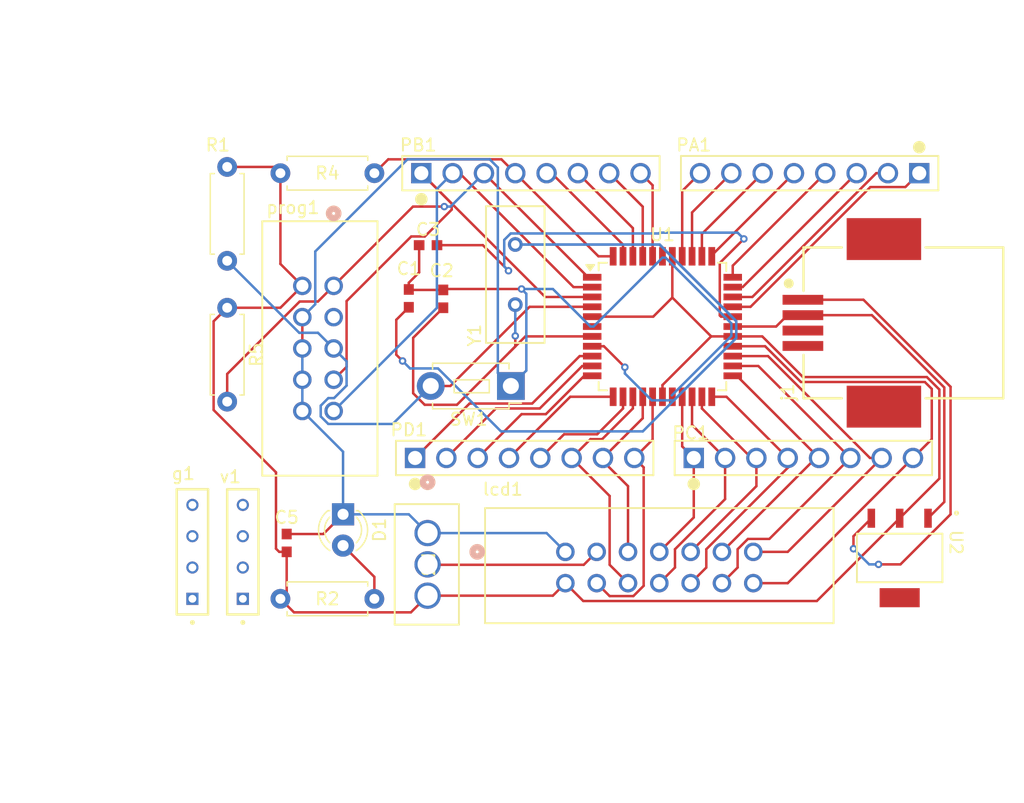
<source format=kicad_pcb>
(kicad_pcb (version 20240108) (generator "pcbnew") (generator_version "8.0")
  (layers (0 "F.Cu" signal) (31 "B.Cu" signal) (34 "B.Paste" user) (35 "F.Paste" user) (36 "B.SilkS" user "B.Silkscreen") (37 "F.SilkS" user "F.Silkscreen") (38 "B.Mask" user) (39 "F.Mask" user) (44 "Edge.Cuts" user))
  (property "SHEETTOTAL" "1")
  (net 0 "")
  (net 1 "/RESET")
  (net 2 "+5")
  (net 3 "Net-(D1-A)")
  (net 4 "Net-(U1-PB4_(~{SS}))")
  (net 5 "/MOSI")
  (net 6 "GND")
  (net 7 "/EN")
  (net 8 "/D2")
  (net 9 "/D6")
  (net 10 "Net-(U1-PD3_(INT1))")
  (net 11 "/D7")
  (net 12 "Net-(U1-PD2_(INT0))")
  (net 13 "Net-(U1-PB1_(T1))")
  (net 14 "/D5")
  (net 15 "Net-(U1-PA5_(ADC5))")
  (net 16 "Net-(U1-PA3_(ADC3))")
  (net 17 "/D4")
  (net 18 "Net-(U1-PB3_(OC0{slash}AIN1))")
  (net 19 "Net-(U1-PB0_(XCK{slash}T0))")
  (net 20 "/D3")
  (net 21 "Net-(U1-PD4_(OC1B))")
  (net 22 "/RS")
  (net 23 "Net-(U1-PB2_(INT2{slash}AIN0))")
  (net 24 "Net-(U1-PA0_(ADC0))")
  (net 25 "/MISO")
  (net 26 "/DO")
  (net 27 "/SCK")
  (net 28 "Net-(U1-XTAL2)")
  (net 29 "Net-(U1-PD1_(TXD))")
  (net 30 "/D1")
  (net 31 "Net-(U1-AREF)")
  (net 32 "Net-(U1-XTAL1)")
  (net 33 "Net-(U1-PA6_(ADC6))")
  (net 34 "Net-(U1-PA2_(ADC2))")
  (net 35 "/RW")
  (net 36 "Net-(U1-PA1_(ADC1))")
  (net 37 "Net-(U1-PD0_(RXD))")
  (net 38 "Net-(U1-PA7_(ADC7))")
  (net 39 "Net-(U1-PA4_(ADC4))")
  (net 40 "Net-(U2-IN)")
  (net 41 "Net-(R3-WIPER)")
  (footprint "J_footprint:CONN_SBH11-PBPC-D05-ST-BK_SUL" (layer "F.Cu") (at 144.018 52.07 -90)
    (property "Reference" "prog1" (at -6.35 3.302 0) (layer "F.SilkS"))
    (property "Value" "~")
    (pad "1" thru_hole circle (at 0 0 270) (size 1.4986 1.4986) (drill 0.9906) (layers "*.Cu" "*.Mask") (net 5 "/MOSI"))
    (pad "2" thru_hole circle (at 0 2.54 270) (size 1.4986 1.4986) (drill 0.9906) (layers "*.Cu" "*.Mask") (net 2 "+5"))
    (pad "3" thru_hole circle (at 2.54 0 270) (size 1.4986 1.4986) (drill 0.9906) (layers "*.Cu" "*.Mask"))
    (pad "4" thru_hole circle (at 2.54 2.54 270) (size 1.4986 1.4986) (drill 0.9906) (layers "*.Cu" "*.Mask") (net 6 "GND"))
    (pad "5" thru_hole circle (at 5.08 0 270) (size 1.4986 1.4986) (drill 0.9906) (layers "*.Cu" "*.Mask") (net 1 "/RESET"))
    (pad "6" thru_hole circle (at 5.08 2.54 270) (size 1.4986 1.4986) (drill 0.9906) (layers "*.Cu" "*.Mask") (net 6 "GND"))
    (pad "7" thru_hole circle (at 7.62 0 270) (size 1.4986 1.4986) (drill 0.9906) (layers "*.Cu" "*.Mask") (net 27 "/SCK"))
    (pad "8" thru_hole circle (at 7.62 2.54 270) (size 1.4986 1.4986) (drill 0.9906) (layers "*.Cu" "*.Mask") (net 6 "GND"))
    (pad "9" thru_hole circle (at 10.16 0 270) (size 1.4986 1.4986) (drill 0.9906) (layers "*.Cu" "*.Mask") (net 25 "/MISO"))
    (pad "10" thru_hole circle (at 10.16 2.54 270) (size 1.4986 1.4986) (drill 0.9906) (layers "*.Cu" "*.Mask") (net 6 "GND"))
  )
  (footprint "J_footprint:G-188_MUR" (layer "F.Cu") (at 151.6761 48.768)
    (property "Reference" "C3" (at 0 -1.27 0) (layer "F.SilkS"))
    (property "Value" "Capacitor 100nF +/-20% 25V 0402")
    (pad "1" smd rect (at -0.7239 0) (size 0.8636 0.8128) (layers "F.Cu" "F.Paste" "F.Mask") (net 6 "GND"))
    (pad "2" smd rect (at 0.7239 0) (size 0.8636 0.8128) (layers "F.Cu" "F.Paste" "F.Mask") (net 31 "Net-(U1-AREF)"))
  )
  (footprint "J_footprint:CONN8_61300811121_WRE" (layer "F.Cu") (at 191.516 42.926 180)
    (property "Reference" "PA1" (at 18.288 2.286 0) (layer "F.SilkS"))
    (property "Value" "~")
    (pad "1" thru_hole rect (at 0 0 180) (size 1.651 1.651) (drill 1.143) (layers "*.Cu" "*.Mask") (net 38 "Net-(U1-PA7_(ADC7))"))
    (pad "2" thru_hole circle (at 2.54 0 180) (size 1.651 1.651) (drill 1.143) (layers "*.Cu" "*.Mask") (net 33 "Net-(U1-PA6_(ADC6))"))
    (pad "3" thru_hole circle (at 5.08 0 180) (size 1.651 1.651) (drill 1.143) (layers "*.Cu" "*.Mask") (net 15 "Net-(U1-PA5_(ADC5))"))
    (pad "4" thru_hole circle (at 7.62 0 180) (size 1.651 1.651) (drill 1.143) (layers "*.Cu" "*.Mask") (net 39 "Net-(U1-PA4_(ADC4))"))
    (pad "5" thru_hole circle (at 10.16 0 180) (size 1.651 1.651) (drill 1.143) (layers "*.Cu" "*.Mask") (net 16 "Net-(U1-PA3_(ADC3))"))
    (pad "6" thru_hole circle (at 12.7 0 180) (size 1.651 1.651) (drill 1.143) (layers "*.Cu" "*.Mask") (net 34 "Net-(U1-PA2_(ADC2))"))
    (pad "7" thru_hole circle (at 15.24 0 180) (size 1.651 1.651) (drill 1.143) (layers "*.Cu" "*.Mask") (net 36 "Net-(U1-PA1_(ADC1))"))
    (pad "8" thru_hole circle (at 17.78 0 180) (size 1.651 1.651) (drill 1.143) (layers "*.Cu" "*.Mask") (net 24 "Net-(U1-PA0_(ADC0))"))
  )
  (footprint "J_footprint:RES3_PV36W103C01B00_BRN" (layer "F.Cu") (at 151.638 72.136 -90)
    (property "Reference" "R3" (at 2.54 0 -90) (layer "F.SilkS"))
    (property "Value" "~")
    (pad "1" thru_hole circle (at 0 0 270) (size 2.1336 2.1336) (drill 1.6256) (layers "*.Cu" "*.Mask") (net 6 "GND"))
    (pad "2" thru_hole circle (at 2.54 0 270) (size 2.1336 2.1336) (drill 1.6256) (layers "*.Cu" "*.Mask") (net 41 "Net-(R3-WIPER)"))
    (pad "3" thru_hole circle (at 5.08 0 270) (size 2.1336 2.1336) (drill 1.6256) (layers "*.Cu" "*.Mask") (net 2 "+5"))
  )
  (footprint "LED_THT:LED_D3.0mm" (layer "F.Cu") (at 144.78 70.612 -90)
    (property "Reference" "D1" (at 1.27 -2.96 90) (layer "F.SilkS"))
    (property "Value" "LED")
    (pad "1" thru_hole rect (at 0 0 270) (size 1.8 1.8) (drill 0.9) (layers "*.Cu" "*.Mask") (net 6 "GND"))
    (pad "2" thru_hole circle (at 2.54 0 270) (size 1.8 1.8) (drill 0.9) (layers "*.Cu" "*.Mask") (net 3 "Net-(D1-A)"))
  )
  (footprint "J_footprint:CONN8_61300811121_WRE" (layer "F.Cu") (at 150.622 66.04)
    (property "Reference" "PD1" (at -0.508 -2.286 0) (layer "F.SilkS"))
    (property "Value" "~")
    (pad "1" thru_hole rect (at 0 0) (size 1.651 1.651) (drill 1.143) (layers "*.Cu" "*.Mask") (net 37 "Net-(U1-PD0_(RXD))"))
    (pad "2" thru_hole circle (at 2.54 0) (size 1.651 1.651) (drill 1.143) (layers "*.Cu" "*.Mask") (net 29 "Net-(U1-PD1_(TXD))"))
    (pad "3" thru_hole circle (at 5.08 0) (size 1.651 1.651) (drill 1.143) (layers "*.Cu" "*.Mask") (net 12 "Net-(U1-PD2_(INT0))"))
    (pad "4" thru_hole circle (at 7.62 0) (size 1.651 1.651) (drill 1.143) (layers "*.Cu" "*.Mask") (net 10 "Net-(U1-PD3_(INT1))"))
    (pad "5" thru_hole circle (at 10.16 0) (size 1.651 1.651) (drill 1.143) (layers "*.Cu" "*.Mask") (net 21 "Net-(U1-PD4_(OC1B))"))
    (pad "6" thru_hole circle (at 12.7 0) (size 1.651 1.651) (drill 1.143) (layers "*.Cu" "*.Mask") (net 7 "/EN"))
    (pad "7" thru_hole circle (at 15.24 0) (size 1.651 1.651) (drill 1.143) (layers "*.Cu" "*.Mask") (net 35 "/RW"))
    (pad "8" thru_hole circle (at 17.78 0) (size 1.651 1.651) (drill 1.143) (layers "*.Cu" "*.Mask") (net 22 "/RS"))
  )
  (footprint "Resistor_THT:R_Axial_DIN0207_L6.3mm_D2.5mm_P7.62mm_Horizontal" (layer "F.Cu") (at 135.382 42.418 -90)
    (property "Reference" "R1" (at -1.778 0.762 180) (layer "F.SilkS"))
    (property "Value" "Resistor 470R +/-5% 0805 125 mW")
    (pad "1" thru_hole circle (at 0 0 270) (size 1.6 1.6) (drill 0.8) (layers "*.Cu" "*.Mask") (net 2 "+5"))
    (pad "2" thru_hole oval (at 7.62 0 270) (size 1.6 1.6) (drill 0.8) (layers "*.Cu" "*.Mask") (net 1 "/RESET"))
  )
  (footprint "J_footprint:G-188_MUR" (layer "F.Cu") (at 150.114 53.086 90)
    (property "Reference" "C1" (at 2.413 0 0) (layer "F.SilkS"))
    (property "Value" "Capacitor 100nF +/-20% 25V 0402")
    (pad "1" smd rect (at -0.7239 0 90) (size 0.8636 0.8128) (layers "F.Cu" "F.Paste" "F.Mask") (net 32 "Net-(U1-XTAL1)"))
    (pad "2" smd rect (at 0.7239 0 90) (size 0.8636 0.8128) (layers "F.Cu" "F.Paste" "F.Mask") (net 6 "GND"))
  )
  (footprint "Button_Switch_THT:SW_PUSH_1P1T_6x3.5mm_H5.0_APEM_MJTP1250" (layer "F.Cu") (at 158.392 60.198 180)
    (property "Reference" "SW1" (at 3.42 -2.7 0) (layer "F.SilkS"))
    (property "Value" "SW_Push")
    (pad "1" thru_hole rect (at 0 0 270) (size 2.25 2.25) (drill 1.3) (layers "*.Cu" "*.Mask") (net 6 "GND"))
    (pad "2" thru_hole circle (at 6.5 0 270) (size 2.25 2.25) (drill 1.3) (layers "*.Cu" "*.Mask") (net 1 "/RESET"))
  )
  (footprint "J_footprint:G-188_MUR" (layer "F.Cu") (at 152.908 53.1241 90)
    (property "Reference" "C2" (at 2.286 -0.127 0) (layer "F.SilkS"))
    (property "Value" "Capacitor 100nF +/-20% 25V 0402")
    (pad "1" smd rect (at -0.7239 0 90) (size 0.8636 0.8128) (layers "F.Cu" "F.Paste" "F.Mask") (net 28 "Net-(U1-XTAL2)"))
    (pad "2" smd rect (at 0.7239 0 90) (size 0.8636 0.8128) (layers "F.Cu" "F.Paste" "F.Mask") (net 6 "GND"))
  )
  (footprint "J_footprint:CONN8_61300811121_WRE" (layer "F.Cu") (at 173.228 66.04)
    (property "Reference" "PC1" (at -0.254 -2.032 0) (layer "F.SilkS"))
    (property "Value" "~")
    (pad "1" thru_hole rect (at 0 0) (size 1.651 1.651) (drill 1.143) (layers "*.Cu" "*.Mask") (net 26 "/DO"))
    (pad "2" thru_hole circle (at 2.54 0) (size 1.651 1.651) (drill 1.143) (layers "*.Cu" "*.Mask") (net 30 "/D1"))
    (pad "3" thru_hole circle (at 5.08 0) (size 1.651 1.651) (drill 1.143) (layers "*.Cu" "*.Mask") (net 8 "/D2"))
    (pad "4" thru_hole circle (at 7.62 0) (size 1.651 1.651) (drill 1.143) (layers "*.Cu" "*.Mask") (net 20 "/D3"))
    (pad "5" thru_hole circle (at 10.16 0) (size 1.651 1.651) (drill 1.143) (layers "*.Cu" "*.Mask") (net 17 "/D4"))
    (pad "6" thru_hole circle (at 12.7 0) (size 1.651 1.651) (drill 1.143) (layers "*.Cu" "*.Mask") (net 14 "/D5"))
    (pad "7" thru_hole circle (at 15.24 0) (size 1.651 1.651) (drill 1.143) (layers "*.Cu" "*.Mask") (net 9 "/D6"))
    (pad "8" thru_hole circle (at 17.78 0) (size 1.651 1.651) (drill 1.143) (layers "*.Cu" "*.Mask") (net 11 "/D7"))
  )
  (footprint "J_footprint:14_CONN_SBH11-PBPC-D07-ST-BK_SUL" (layer "F.Cu") (at 162.814 73.66)
    (property "Reference" "lcd1" (at -5.08 -5.08 0) (layer "F.SilkS"))
    (property "Value" "lcd")
    (pad "1" thru_hole circle (at 0 0) (size 1.4986 1.4986) (drill 0.9906) (layers "*.Cu" "*.Mask") (net 6 "GND"))
    (pad "2" thru_hole circle (at 0 2.54) (size 1.4986 1.4986) (drill 0.9906) (layers "*.Cu" "*.Mask") (net 2 "+5"))
    (pad "3" thru_hole circle (at 2.54 0) (size 1.4986 1.4986) (drill 0.9906) (layers "*.Cu" "*.Mask") (net 41 "Net-(R3-WIPER)"))
    (pad "4" thru_hole circle (at 2.54 2.54) (size 1.4986 1.4986) (drill 0.9906) (layers "*.Cu" "*.Mask") (net 22 "/RS"))
    (pad "5" thru_hole circle (at 5.08 0) (size 1.4986 1.4986) (drill 0.9906) (layers "*.Cu" "*.Mask") (net 35 "/RW"))
    (pad "6" thru_hole circle (at 5.08 2.54) (size 1.4986 1.4986) (drill 0.9906) (layers "*.Cu" "*.Mask") (net 7 "/EN"))
    (pad "7" thru_hole circle (at 7.62 0) (size 1.4986 1.4986) (drill 0.9906) (layers "*.Cu" "*.Mask") (net 26 "/DO"))
    (pad "8" thru_hole circle (at 7.62 2.54) (size 1.4986 1.4986) (drill 0.9906) (layers "*.Cu" "*.Mask") (net 30 "/D1"))
    (pad "9" thru_hole circle (at 10.16 0) (size 1.4986 1.4986) (drill 0.9906) (layers "*.Cu" "*.Mask") (net 8 "/D2"))
    (pad "10" thru_hole circle (at 10.16 2.54) (size 1.4986 1.4986) (drill 0.9906) (layers "*.Cu" "*.Mask") (net 20 "/D3"))
    (pad "11" thru_hole circle (at 12.7 0) (size 1.4986 1.4986) (drill 0.9906) (layers "*.Cu" "*.Mask") (net 17 "/D4"))
    (pad "12" thru_hole circle (at 12.7 2.54) (size 1.4986 1.4986) (drill 0.9906) (layers "*.Cu" "*.Mask") (net 14 "/D5"))
    (pad "13" thru_hole circle (at 15.24 0) (size 1.4986 1.4986) (drill 0.9906) (layers "*.Cu" "*.Mask") (net 9 "/D6"))
    (pad "14" thru_hole circle (at 15.24 2.54) (size 1.4986 1.4986) (drill 0.9906) (layers "*.Cu" "*.Mask") (net 11 "/D7"))
  )
  (footprint "J_footprint:SOT223-3_ONS" (layer "F.Cu") (at 189.9285 74.1553 180)
    (property "Reference" "U2" (at -4.572 1.27 -90) (layer "F.SilkS"))
    (property "Value" "NCP1117ST33T3G")
    (fp_poly (pts (xy 1.6256 -4.0005) (xy -1.6256 -4.0005) (xy -1.6256 -2.4511) (xy 1.6256 -2.4511)) (fill solid) (layer "F.Cu"))
    (pad "1" smd rect (at -2.2987 3.2258 180) (size 0.6096 1.5494) (layers "F.Cu" "F.Paste" "F.Mask") (net 6 "GND"))
    (pad "2" smd rect (at 0 3.2258 180) (size 0.6096 1.5494) (layers "F.Cu" "F.Paste" "F.Mask") (net 2 "+5"))
    (pad "3" smd rect (at 2.2987 3.2258 180) (size 0.6096 1.5494) (layers "F.Cu" "F.Paste" "F.Mask") (net 40 "Net-(U2-IN)"))
  )
  (footprint "J_footprint:62910416121" (layer "F.Cu") (at 189.23 55.074 90)
    (property "Reference" "j1" (at -5.632 -8.382 90) (layer "F.SilkS"))
    (property "Value" "62910416121")
    (pad "" np_thru_hole circle (at -2.75 0 90) (size 1.3 1.3) (drill 1.3) (layers "*.Cu" "*.Mask"))
    (pad "" np_thru_hole circle (at 2.75 0 90) (size 1.3 1.3) (drill 1.3) (layers "*.Cu" "*.Mask"))
    (pad "1" smd rect (at 1.875 -7.15 270) (size 0.8 3.3) (layers "F.Cu" "F.Paste" "F.Mask") (net 40 "Net-(U2-IN)"))
    (pad "2" smd rect (at -0.625 -7.15 270) (size 0.8 3.3) (layers "F.Cu" "F.Paste" "F.Mask"))
    (pad "3" smd rect (at -1.875 -7.15 270) (size 0.8 3.3) (layers "F.Cu" "F.Paste" "F.Mask"))
    (pad "4" smd rect (at 0.625 -7.15 270) (size 0.8 3.3) (layers "F.Cu" "F.Paste" "F.Mask") (net 6 "GND"))
    (pad "S1" smd rect (at -6.8 -0.58 270) (size 3.4 6.04) (layers "F.Cu" "F.Paste" "F.Mask"))
    (pad "S2" smd rect (at 6.8 -0.58 270) (size 3.4 6.04) (layers "F.Cu" "F.Paste" "F.Mask"))
  )
  (footprint "J_footprint:CONN8_61300811121_WRE" (layer "F.Cu") (at 151.13 42.926)
    (property "Reference" "PB1" (at -0.254 -2.286 0) (layer "F.SilkS"))
    (property "Value" "~")
    (pad "1" thru_hole rect (at 0 0) (size 1.651 1.651) (drill 1.143) (layers "*.Cu" "*.Mask") (net 27 "/SCK"))
    (pad "2" thru_hole circle (at 2.54 0) (size 1.651 1.651) (drill 1.143) (layers "*.Cu" "*.Mask") (net 25 "/MISO"))
    (pad "3" thru_hole circle (at 5.08 0) (size 1.651 1.651) (drill 1.143) (layers "*.Cu" "*.Mask") (net 5 "/MOSI"))
    (pad "4" thru_hole circle (at 7.62 0) (size 1.651 1.651) (drill 1.143) (layers "*.Cu" "*.Mask") (net 4 "Net-(U1-PB4_(~{SS}))"))
    (pad "5" thru_hole circle (at 10.16 0) (size 1.651 1.651) (drill 1.143) (layers "*.Cu" "*.Mask") (net 18 "Net-(U1-PB3_(OC0{slash}AIN1))"))
    (pad "6" thru_hole circle (at 12.7 0) (size 1.651 1.651) (drill 1.143) (layers "*.Cu" "*.Mask") (net 23 "Net-(U1-PB2_(INT2{slash}AIN0))"))
    (pad "7" thru_hole circle (at 15.24 0) (size 1.651 1.651) (drill 1.143) (layers "*.Cu" "*.Mask") (net 13 "Net-(U1-PB1_(T1))"))
    (pad "8" thru_hole circle (at 17.78 0) (size 1.651 1.651) (drill 1.143) (layers "*.Cu" "*.Mask") (net 19 "Net-(U1-PB0_(XCK{slash}T0))"))
  )
  (footprint "Resistor_THT:R_Axial_DIN0207_L6.3mm_D2.5mm_P7.62mm_Horizontal" (layer "F.Cu") (at 135.382 53.848 -90)
    (property "Reference" "R5" (at 3.81 -2.37 90) (layer "F.SilkS"))
    (property "Value" "Resistor 470R +/-5% 0805 125 mW")
    (pad "1" thru_hole circle (at 0 0 270) (size 1.6 1.6) (drill 0.8) (layers "*.Cu" "*.Mask") (net 2 "+5"))
    (pad "2" thru_hole oval (at 7.62 0 270) (size 1.6 1.6) (drill 0.8) (layers "*.Cu" "*.Mask") (net 5 "/MOSI"))
  )
  (footprint "J_footprint:SAMTEC_TS-104-T-AA" (layer "F.Cu") (at 136.652 73.66 90)
    (property "Reference" "v1" (at 6.096 -1.016 180) (layer "F.SilkS"))
    (property "Value" "5v")
    (pad "01" thru_hole rect (at -3.81 0 90) (size 0.985 0.985) (drill 0.635) (layers "*.Cu" "*.Mask"))
    (pad "02" thru_hole circle (at -1.27 0 90) (size 0.985 0.985) (drill 0.635) (layers "*.Cu" "*.Mask"))
    (pad "03" thru_hole circle (at 1.27 0 90) (size 0.985 0.985) (drill 0.635) (layers "*.Cu" "*.Mask"))
    (pad "04" thru_hole circle (at 3.81 0 90) (size 0.985 0.985) (drill 0.635) (layers "*.Cu" "*.Mask"))
  )
  (footprint "J_footprint:G-188_MUR" (layer "F.Cu") (at 140.208 72.9361 90)
    (property "Reference" "C5" (at 2.0701 0 0) (layer "F.SilkS"))
    (property "Value" "Capacitor 100nF +/-20% 25V 0402")
    (pad "1" smd rect (at -0.7239 0 90) (size 0.8636 0.8128) (layers "F.Cu" "F.Paste" "F.Mask") (net 2 "+5"))
    (pad "2" smd rect (at 0.7239 0 90) (size 0.8636 0.8128) (layers "F.Cu" "F.Paste" "F.Mask") (net 6 "GND"))
  )
  (footprint "J_footprint:ATS08A-E_CTS" (layer "F.Cu") (at 158.75 53.594 90)
    (property "Reference" "Y1" (at -2.485999 -3.302 90) (layer "F.SilkS"))
    (property "Value" "8MHz")
    (pad "1" thru_hole circle (at 0 0 90) (size 1.1938 1.1938) (drill 0.6858) (layers "*.Cu" "*.Mask") (net 28 "Net-(U1-XTAL2)"))
    (pad "2" thru_hole circle (at 4.880001 0 90) (size 1.1938 1.1938) (drill 0.6858) (layers "*.Cu" "*.Mask") (net 32 "Net-(U1-XTAL1)"))
  )
  (footprint "Resistor_THT:R_Axial_DIN0207_L6.3mm_D2.5mm_P7.62mm_Horizontal" (layer "F.Cu") (at 139.7 42.926)
    (property "Reference" "R4" (at 3.81 0 0) (layer "F.SilkS"))
    (property "Value" "Resistor 470R +/-5% 0805 125 mW")
    (pad "1" thru_hole circle (at 0 0) (size 1.6 1.6) (drill 0.8) (layers "*.Cu" "*.Mask") (net 2 "+5"))
    (pad "2" thru_hole oval (at 7.62 0) (size 1.6 1.6) (drill 0.8) (layers "*.Cu" "*.Mask") (net 4 "Net-(U1-PB4_(~{SS}))"))
  )
  (footprint "Package_QFP:TQFP-44_10x10mm_P0.8mm" (layer "F.Cu") (at 170.688 55.372)
    (property "Reference" "U1" (at 0 -7.45 0) (layer "F.SilkS"))
    (property "Value" "ATmega16A-AU")
    (pad "1" smd rect (at -5.7 -4) (size 1.5 0.55) (layers "F.Cu" "F.Paste" "F.Mask") (net 5 "/MOSI"))
    (pad "2" smd rect (at -5.7 -3.2) (size 1.5 0.55) (layers "F.Cu" "F.Paste" "F.Mask") (net 25 "/MISO"))
    (pad "3" smd rect (at -5.7 -2.4) (size 1.5 0.55) (layers "F.Cu" "F.Paste" "F.Mask") (net 27 "/SCK"))
    (pad "4" smd rect (at -5.7 -1.6) (size 1.5 0.55) (layers "F.Cu" "F.Paste" "F.Mask") (net 1 "/RESET"))
    (pad "5" smd rect (at -5.7 -0.8) (size 1.5 0.55) (layers "F.Cu" "F.Paste" "F.Mask") (net 2 "+5"))
    (pad "6" smd rect (at -5.7 0) (size 1.5 0.55) (layers "F.Cu" "F.Paste" "F.Mask") (net 6 "GND"))
    (pad "7" smd rect (at -5.7 0.8) (size 1.5 0.55) (layers "F.Cu" "F.Paste" "F.Mask") (net 28 "Net-(U1-XTAL2)"))
    (pad "8" smd rect (at -5.7 1.6) (size 1.5 0.55) (layers "F.Cu" "F.Paste" "F.Mask") (net 32 "Net-(U1-XTAL1)"))
    (pad "9" smd rect (at -5.7 2.4) (size 1.5 0.55) (layers "F.Cu" "F.Paste" "F.Mask") (net 37 "Net-(U1-PD0_(RXD))"))
    (pad "10" smd rect (at -5.7 3.2) (size 1.5 0.55) (layers "F.Cu" "F.Paste" "F.Mask") (net 29 "Net-(U1-PD1_(TXD))"))
    (pad "11" smd rect (at -5.7 4) (size 1.5 0.55) (layers "F.Cu" "F.Paste" "F.Mask") (net 12 "Net-(U1-PD2_(INT0))"))
    (pad "12" smd rect (at -4 5.7 90) (size 1.5 0.55) (layers "F.Cu" "F.Paste" "F.Mask") (net 10 "Net-(U1-PD3_(INT1))"))
    (pad "13" smd rect (at -3.2 5.7 90) (size 1.5 0.55) (layers "F.Cu" "F.Paste" "F.Mask") (net 21 "Net-(U1-PD4_(OC1B))"))
    (pad "14" smd rect (at -2.4 5.7 90) (size 1.5 0.55) (layers "F.Cu" "F.Paste" "F.Mask") (net 7 "/EN"))
    (pad "15" smd rect (at -1.6 5.7 90) (size 1.5 0.55) (layers "F.Cu" "F.Paste" "F.Mask") (net 35 "/RW"))
    (pad "16" smd rect (at -0.8 5.7 90) (size 1.5 0.55) (layers "F.Cu" "F.Paste" "F.Mask") (net 22 "/RS"))
    (pad "17" smd rect (at 0 5.7 90) (size 1.5 0.55) (layers "F.Cu" "F.Paste" "F.Mask") (net 2 "+5"))
    (pad "18" smd rect (at 0.8 5.7 90) (size 1.5 0.55) (layers "F.Cu" "F.Paste" "F.Mask") (net 6 "GND"))
    (pad "19" smd rect (at 1.6 5.7 90) (size 1.5 0.55) (layers "F.Cu" "F.Paste" "F.Mask") (net 26 "/DO"))
    (pad "20" smd rect (at 2.4 5.7 90) (size 1.5 0.55) (layers "F.Cu" "F.Paste" "F.Mask") (net 30 "/D1"))
    (pad "21" smd rect (at 3.2 5.7 90) (size 1.5 0.55) (layers "F.Cu" "F.Paste" "F.Mask") (net 8 "/D2"))
    (pad "22" smd rect (at 4 5.7 90) (size 1.5 0.55) (layers "F.Cu" "F.Paste" "F.Mask") (net 20 "/D3"))
    (pad "23" smd rect (at 5.7 4) (size 1.5 0.55) (layers "F.Cu" "F.Paste" "F.Mask") (net 17 "/D4"))
    (pad "24" smd rect (at 5.7 3.2) (size 1.5 0.55) (layers "F.Cu" "F.Paste" "F.Mask") (net 14 "/D5"))
    (pad "25" smd rect (at 5.7 2.4) (size 1.5 0.55) (layers "F.Cu" "F.Paste" "F.Mask") (net 9 "/D6"))
    (pad "26" smd rect (at 5.7 1.6) (size 1.5 0.55) (layers "F.Cu" "F.Paste" "F.Mask") (net 11 "/D7"))
    (pad "27" smd rect (at 5.7 0.8) (size 1.5 0.55) (layers "F.Cu" "F.Paste" "F.Mask") (net 2 "+5"))
    (pad "28" smd rect (at 5.7 0) (size 1.5 0.55) (layers "F.Cu" "F.Paste" "F.Mask") (net 6 "GND"))
    (pad "29" smd rect (at 5.7 -0.8) (size 1.5 0.55) (layers "F.Cu" "F.Paste" "F.Mask") (net 31 "Net-(U1-AREF)"))
    (pad "30" smd rect (at 5.7 -1.6) (size 1.5 0.55) (layers "F.Cu" "F.Paste" "F.Mask") (net 38 "Net-(U1-PA7_(ADC7))"))
    (pad "31" smd rect (at 5.7 -2.4) (size 1.5 0.55) (layers "F.Cu" "F.Paste" "F.Mask") (net 33 "Net-(U1-PA6_(ADC6))"))
    (pad "32" smd rect (at 5.7 -3.2) (size 1.5 0.55) (layers "F.Cu" "F.Paste" "F.Mask") (net 15 "Net-(U1-PA5_(ADC5))"))
    (pad "33" smd rect (at 5.7 -4) (size 1.5 0.55) (layers "F.Cu" "F.Paste" "F.Mask") (net 39 "Net-(U1-PA4_(ADC4))"))
    (pad "34" smd rect (at 4 -5.7 90) (size 1.5 0.55) (layers "F.Cu" "F.Paste" "F.Mask") (net 16 "Net-(U1-PA3_(ADC3))"))
    (pad "35" smd rect (at 3.2 -5.7 90) (size 1.5 0.55) (layers "F.Cu" "F.Paste" "F.Mask") (net 34 "Net-(U1-PA2_(ADC2))"))
    (pad "36" smd rect (at 2.4 -5.7 90) (size 1.5 0.55) (layers "F.Cu" "F.Paste" "F.Mask") (net 36 "Net-(U1-PA1_(ADC1))"))
    (pad "37" smd rect (at 1.6 -5.7 90) (size 1.5 0.55) (layers "F.Cu" "F.Paste" "F.Mask") (net 24 "Net-(U1-PA0_(ADC0))"))
    (pad "38" smd rect (at 0.8 -5.7 90) (size 1.5 0.55) (layers "F.Cu" "F.Paste" "F.Mask") (net 2 "+5"))
    (pad "39" smd rect (at 0 -5.7 90) (size 1.5 0.55) (layers "F.Cu" "F.Paste" "F.Mask") (net 6 "GND"))
    (pad "40" smd rect (at -0.8 -5.7 90) (size 1.5 0.55) (layers "F.Cu" "F.Paste" "F.Mask") (net 19 "Net-(U1-PB0_(XCK{slash}T0))"))
    (pad "41" smd rect (at -1.6 -5.7 90) (size 1.5 0.55) (layers "F.Cu" "F.Paste" "F.Mask") (net 13 "Net-(U1-PB1_(T1))"))
    (pad "42" smd rect (at -2.4 -5.7 90) (size 1.5 0.55) (layers "F.Cu" "F.Paste" "F.Mask") (net 23 "Net-(U1-PB2_(INT2{slash}AIN0))"))
    (pad "43" smd rect (at -3.2 -5.7 90) (size 1.5 0.55) (layers "F.Cu" "F.Paste" "F.Mask") (net 18 "Net-(U1-PB3_(OC0{slash}AIN1))"))
    (pad "44" smd rect (at -4 -5.7 90) (size 1.5 0.55) (layers "F.Cu" "F.Paste" "F.Mask") (net 4 "Net-(U1-PB4_(~{SS}))"))
  )
  (footprint "J_footprint:SAMTEC_TS-104-T-AA" (layer "F.Cu") (at 132.562 73.66 90)
    (property "Reference" "g1" (at 6.35 -0.736 180) (layer "F.SilkS"))
    (property "Value" "61000418221")
    (pad "01" thru_hole rect (at -3.81 0 90) (size 0.985 0.985) (drill 0.635) (layers "*.Cu" "*.Mask"))
    (pad "02" thru_hole circle (at -1.27 0 90) (size 0.985 0.985) (drill 0.635) (layers "*.Cu" "*.Mask"))
    (pad "03" thru_hole circle (at 1.27 0 90) (size 0.985 0.985) (drill 0.635) (layers "*.Cu" "*.Mask"))
    (pad "04" thru_hole circle (at 3.81 0 90) (size 0.985 0.985) (drill 0.635) (layers "*.Cu" "*.Mask"))
  )
  (footprint "Resistor_THT:R_Axial_DIN0207_L6.3mm_D2.5mm_P7.62mm_Horizontal" (layer "F.Cu") (at 147.32 77.47 180)
    (property "Reference" "R2" (at 3.81 0 0) (layer "F.SilkS"))
    (property "Value" "Resistor 470R +/-5% 0805 125 mW")
    (pad "1" thru_hole circle (at 0 0 180) (size 1.6 1.6) (drill 0.8) (layers "*.Cu" "*.Mask") (net 3 "Net-(D1-A)"))
    (pad "2" thru_hole oval (at 7.62 0 180) (size 1.6 1.6) (drill 0.8) (layers "*.Cu" "*.Mask") (net 2 "+5"))
  )
  (segment (start 151.892 60.198) (end 153.48299 60.198) (width 0.2) (layer "F.Cu") (net 1))
  (segment (start 153.48299 60.198) (end 159.90899 53.772) (width 0.2) (layer "F.Cu") (net 1))
  (segment (start 159.90899 53.772) (end 164.988 53.772) (width 0.2) (layer "F.Cu") (net 1))
  (segment (start 135.382 50.038) (end 141.224 55.88) (width 0.2) (layer "B.Cu") (net 1))
  (segment (start 143.583365 61.1807) (end 144.0513 61.1807) (width 0.2) (layer "B.Cu") (net 1))
  (segment (start 151.892 60.198) (end 148.8107 63.2793) (width 0.2) (layer "B.Cu") (net 1))
  (segment (start 145.0673 58.1993) (end 144.018 57.15) (width 0.2) (layer "B.Cu") (net 1))
  (segment (start 142.9687 62.664635) (end 142.9687 61.795365) (width 0.2) (layer "B.Cu") (net 1))
  (segment (start 141.224 55.88) (end 142.748 55.88) (width 0.2) (layer "B.Cu") (net 1))
  (segment (start 144.0513 61.1807) (end 145.0673 60.1647) (width 0.2) (layer "B.Cu") (net 1))
  (segment (start 142.748 55.88) (end 144.018 57.15) (width 0.2) (layer "B.Cu") (net 1))
  (segment (start 142.9687 61.795365) (end 143.583365 61.1807) (width 0.2) (layer "B.Cu") (net 1))
  (segment (start 143.583365 63.2793) (end 142.9687 62.664635) (width 0.2) (layer "B.Cu") (net 1))
  (segment (start 145.0673 60.1647) (end 145.0673 58.1993) (width 0.2) (layer "B.Cu") (net 1))
  (segment (start 148.8107 63.2793) (end 143.583365 63.2793) (width 0.2) (layer "B.Cu") (net 1))
  (segment (start 140.8 78.57) (end 150.284 78.57) (width 0.2) (layer "F.Cu") (net 2))
  (segment (start 164.2633 77.6493) (end 183.2087 77.6493) (width 0.2) (layer "F.Cu") (net 2))
  (segment (start 192.135685 59.474) (end 193.148 60.486315) (width 0.2) (layer "F.Cu") (net 2))
  (segment (start 151.638 77.216) (end 161.798 77.216) (width 0.2) (layer "F.Cu") (net 2))
  (segment (start 193.148 67.71) (end 189.9285 70.9295) (width 0.2) (layer "F.Cu") (net 2))
  (segment (start 139.6016 73.66) (end 139.341235 73.399635) (width 0.2) (layer "F.Cu") (net 2))
  (segment (start 183.2087 77.6493) (end 189.9285 70.9295) (width 0.2) (layer "F.Cu") (net 2))
  (segment (start 139.7 53.848) (end 141.478 52.07) (width 0.2) (layer "F.Cu") (net 2))
  (segment (start 150.284 78.57) (end 151.638 77.216) (width 0.2) (layer "F.Cu") (net 2))
  (segment (start 135.382 42.418) (end 139.192 42.418) (width 0.2) (layer "F.Cu") (net 2))
  (segment (start 139.7 50.292) (end 141.478 52.07) (width 0.2) (layer "F.Cu") (net 2))
  (segment (start 139.7 77.47) (end 140.8 78.57) (width 0.2) (layer "F.Cu") (net 2))
  (segment (start 164.988 54.572) (end 169.938 54.572) (width 0.2) (layer "F.Cu") (net 2))
  (segment (start 178.78307 56.172) (end 182.08507 59.474) (width 0.2) (layer "F.Cu") (net 2))
  (segment (start 139.192 42.418) (end 139.7 42.926) (width 0.2) (layer "F.Cu") (net 2))
  (segment (start 171.488 49.672) (end 171.488 53.022) (width 0.2) (layer "F.Cu") (net 2))
  (segment (start 174.638 56.172) (end 170.688 60.122) (width 0.2) (layer "F.Cu") (net 2))
  (segment (start 139.341235 73.399635) (end 139.341235 67.205235) (width 0.2) (layer "F.Cu") (net 2))
  (segment (start 182.08507 59.474) (end 192.135685 59.474) (width 0.2) (layer "F.Cu") (net 2))
  (segment (start 161.798 77.216) (end 162.814 76.2) (width 0.2) (layer "F.Cu") (net 2))
  (segment (start 139.7 42.926) (end 139.7 50.292) (width 0.2) (layer "F.Cu") (net 2))
  (segment (start 176.388 56.172) (end 178.78307 56.172) (width 0.2) (layer "F.Cu") (net 2))
  (segment (start 140.208 73.66) (end 139.6016 73.66) (width 0.2) (layer "F.Cu") (net 2))
  (segment (start 169.938 54.572) (end 171.488 53.022) (width 0.2) (layer "F.Cu") (net 2))
  (segment (start 134.282 62.146) (end 134.282 54.948) (width 0.2) (layer "F.Cu") (net 2))
  (segment (start 193.148 60.486315) (end 193.148 67.71) (width 0.2) (layer "F.Cu") (net 2))
  (segment (start 134.282 54.948) (end 135.382 53.848) (width 0.2) (layer "F.Cu") (net 2))
  (segment (start 140.208 73.66) (end 140.208 76.962) (width 0.2) (layer "F.Cu") (net 2))
  (segment (start 140.208 76.962) (end 139.7 77.47) (width 0.2) (layer "F.Cu") (net 2))
  (segment (start 171.488 53.022) (end 174.638 56.172) (width 0.2) (layer "F.Cu") (net 2))
  (segment (start 176.388 56.172) (end 174.638 56.172) (width 0.2) (layer "F.Cu") (net 2))
  (segment (start 162.814 76.2) (end 164.2633 77.6493) (width 0.2) (layer "F.Cu") (net 2))
  (segment (start 170.688 60.122) (end 170.688 61.072) (width 0.2) (layer "F.Cu") (net 2))
  (segment (start 139.341235 67.205235) (end 134.282 62.146) (width 0.2) (layer "F.Cu") (net 2))
  (segment (start 135.382 53.848) (end 139.7 53.848) (width 0.2) (layer "F.Cu") (net 2))
  (segment (start 147.32 75.692) (end 147.32 77.47) (width 0.2) (layer "F.Cu") (net 3))
  (segment (start 144.78 73.152) (end 147.32 75.692) (width 0.2) (layer "F.Cu") (net 3))
  (segment (start 157.6245 41.8005) (end 158.75 42.926) (width 0.2) (layer "F.Cu") (net 4))
  (segment (start 166.688 49.672) (end 165.496 49.672) (width 0.2) (layer "F.Cu") (net 4))
  (segment (start 147.32 42.926) (end 148.4455 41.8005) (width 0.2) (layer "F.Cu") (net 4))
  (segment (start 165.496 49.672) (end 158.75 42.926) (width 0.2) (layer "F.Cu") (net 4))
  (segment (start 148.4455 41.8005) (end 157.6245 41.8005) (width 0.2) (layer "F.Cu") (net 4))
  (segment (start 135.382 61.468) (end 135.382 59.222065) (width 0.2) (layer "F.Cu") (net 5))
  (segment (start 135.382 59.222065) (end 141.264065 53.34) (width 0.2) (layer "F.Cu") (net 5))
  (segment (start 144.018 52.07) (end 150.451735 45.636265) (width 0.2) (layer "F.Cu") (net 5))
  (segment (start 156.21 42.926) (end 164.656 51.372) (width 0.2) (layer "F.Cu") (net 5))
  (segment (start 141.264065 53.34) (end 142.748 53.34) (width 0.2) (layer "F.Cu") (net 5))
  (segment (start 164.656 51.372) (end 164.988 51.372) (width 0.2) (layer "F.Cu") (net 5))
  (segment (start 142.748 53.34) (end 144.018 52.07) (width 0.2) (layer "F.Cu") (net 5))
  (segment (start 150.451735 45.636265) (end 152.991735 45.636265) (width 0.2) (layer "F.Cu") (net 5))
  (via (at 152.991735 45.636265) (size 0.6) (drill 0.3) (layers "F.Cu" "B.Cu") (net 5))
  (segment (start 153.499735 45.636265) (end 156.21 42.926) (width 0.2) (layer "B.Cu") (net 5))
  (segment (start 152.991735 45.636265) (end 153.499735 45.636265) (width 0.2) (layer "B.Cu") (net 5))
  (segment (start 180.83 54.449) (end 182.08 54.449) (width 0.2) (layer "F.Cu") (net 6))
  (segment (start 150.1521 52.4002) (end 150.114 52.3621) (width 0.2) (layer "F.Cu") (net 6))
  (segment (start 143.1798 72.2122) (end 144.78 70.612) (width 0.2) (layer "F.Cu") (net 6))
  (segment (start 179.907 55.372) (end 180.83 54.449) (width 0.2) (layer "F.Cu") (net 6))
  (segment (start 153.0604 52.324) (end 159.258 52.324) (width 0.2) (layer "F.Cu") (net 6))
  (segment (start 141.478 54.61) (end 141.478 57.15) (width 0.2) (layer "F.Cu") (net 6))
  (segment (start 193.548 60.320629) (end 187.676371 54.449) (width 0.2) (layer "F.Cu") (net 6))
  (segment (start 152.908 52.4002) (end 150.1521 52.4002) (width 0.2) (layer "F.Cu") (net 6))
  (segment (start 140.208 72.2122) (end 143.1798 72.2122) (width 0.2) (layer "F.Cu") (net 6))
  (segment (start 187.676371 54.449) (end 182.08 54.449) (width 0.2) (layer "F.Cu") (net 6))
  (segment (start 152.908 52.4002) (end 152.9842 52.4002) (width 0.2) (layer "F.Cu") (net 6))
  (segment (start 150.114 52.3621) (end 150.114 51.816) (width 0.2) (layer "F.Cu") (net 6))
  (segment (start 150.9522 50.9778) (end 150.9522 48.768) (width 0.2) (layer "F.Cu") (net 6))
  (segment (start 150.114 51.816) (end 150.9522 50.9778) (width 0.2) (layer "F.Cu") (net 6))
  (segment (start 176.388 55.372) (end 179.907 55.372) (width 0.2) (layer "F.Cu") (net 6))
  (segment (start 193.548 69.6087) (end 193.548 60.320629) (width 0.2) (layer "F.Cu") (net 6))
  (segment (start 152.9842 52.4002) (end 153.0604 52.324) (width 0.2) (layer "F.Cu") (net 6))
  (segment (start 192.2272 70.9295) (end 193.548 69.6087) (width 0.2) (layer "F.Cu") (net 6))
  (via (at 159.258 52.324) (size 0.6) (drill 0.3) (layers "F.Cu" "B.Cu") (net 6))
  (segment (start 176.276 56.134) (end 171.45 60.96) (width 0.2) (layer "B.Cu") (net 6))
  (segment (start 156.676198 41.8005) (end 157.3355 42.459802) (width 0.2) (layer "B.Cu") (net 6))
  (segment (start 141.478 59.69) (end 141.478 57.15) (width 0.2) (layer "B.Cu") (net 6))
  (segment (start 141.478 62.23) (end 141.478 59.69) (width 0.2) (layer "B.Cu") (net 6))
  (segment (start 151.638 72.136) (end 161.29 72.136) (width 0.2) (layer "B.Cu") (net 6))
  (segment (start 159.258 52.324) (end 161.798 52.324) (width 0.2) (layer "B.Cu") (net 6))
  (segment (start 144.78 70.612) (end 150.114 70.612) (width 0.2) (layer "B.Cu") (net 6))
  (segment (start 164.846 55.372) (end 165.1 55.372) (width 0.2) (layer "B.Cu") (net 6))
  (segment (start 159.6469 58.9431) (end 158.392 60.198) (width 0.2) (layer "B.Cu") (net 6))
  (segment (start 142.5273 49.2777) (end 150.0045 41.8005) (width 0.2) (layer "B.Cu") (net 6))
  (segment (start 157.3355 42.459802) (end 157.3355 59.1415) (width 0.2) (layer "B.Cu") (net 6))
  (segment (start 144.78 70.612) (end 144.78 65.532) (width 0.2) (layer "B.Cu") (net 6))
  (segment (start 150.0045 41.8005) (end 156.676198 41.8005) (width 0.2) (layer "B.Cu") (net 6))
  (segment (start 142.5273 53.5607) (end 142.5273 49.2777) (width 0.2) (layer "B.Cu") (net 6))
  (segment (start 170.688 49.784) (end 170.942 49.784) (width 0.2) (layer "B.Cu") (net 6))
  (segment (start 161.29 72.136) (end 162.814 73.66) (width 0.2) (layer "B.Cu") (net 6))
  (segment (start 157.3355 59.1415) (end 158.392 60.198) (width 0.2) (layer "B.Cu") (net 6))
  (segment (start 150.114 70.612) (end 151.638 72.136) (width 0.2) (layer "B.Cu") (net 6))
  (segment (start 141.478 54.61) (end 142.5273 53.5607) (width 0.2) (layer "B.Cu") (net 6))
  (segment (start 144.78 65.532) (end 141.478 62.23) (width 0.2) (layer "B.Cu") (net 6))
  (segment (start 176.276 55.118) (end 176.276 56.134) (width 0.2) (layer "B.Cu") (net 6))
  (segment (start 161.798 52.324) (end 164.846 55.372) (width 0.2) (layer "B.Cu") (net 6))
  (segment (start 170.942 49.784) (end 176.276 55.118) (width 0.2) (layer "B.Cu") (net 6))
  (segment (start 159.6469 52.7129) (end 159.6469 58.9431) (width 0.2) (layer "B.Cu") (net 6))
  (segment (start 159.258 52.324) (end 159.6469 52.7129) (width 0.2) (layer "B.Cu") (net 6))
  (segment (start 165.1 55.372) (end 170.688 49.784) (width 0.2) (layer "B.Cu") (net 6))
  (segment (start 165.7955 64.5145) (end 164.8475 64.5145) (width 0.2) (layer "F.Cu") (net 7))
  (segment (start 163.322 66.04) (end 164.8475 64.5145) (width 0.2) (layer "F.Cu") (net 7))
  (segment (start 163.322 66.04) (end 166.4033 69.1213) (width 0.2) (layer "F.Cu") (net 7))
  (segment (start 168.288 62.022) (end 165.7955 64.5145) (width 0.2) (layer "F.Cu") (net 7))
  (segment (start 166.4033 69.1213) (end 166.4033 74.7093) (width 0.2) (layer "F.Cu") (net 7))
  (segment (start 168.288 61.072) (end 168.288 62.022) (width 0.2) (layer "F.Cu") (net 7))
  (segment (start 166.4033 74.7093) (end 167.894 76.2) (width 0.2) (layer "F.Cu") (net 7))
  (segment (start 178.308 68.326) (end 178.308 66.04) (width 0.2) (layer "F.Cu") (net 8))
  (segment (start 173.888 61.072) (end 173.888 62.022) (width 0.2) (layer "F.Cu") (net 8))
  (segment (start 177.906 66.04) (end 178.308 66.04) (width 0.2) (layer "F.Cu") (net 8))
  (segment (start 172.974 73.66) (end 178.308 68.326) (width 0.2) (layer "F.Cu") (net 8))
  (segment (start 173.888 62.022) (end 177.906 66.04) (width 0.2) (layer "F.Cu") (net 8))
  (segment (start 180.848 73.66) (end 188.468 66.04) (width 0.2) (layer "F.Cu") (net 9))
  (segment (start 179.251698 57.772) (end 187.519698 66.04) (width 0.2) (layer "F.Cu") (net 9))
  (segment (start 176.388 57.772) (end 179.251698 57.772) (width 0.2) (layer "F.Cu") (net 9))
  (segment (start 178.054 73.66) (end 180.848 73.66) (width 0.2) (layer "F.Cu") (net 9))
  (segment (start 187.519698 66.04) (end 188.468 66.04) (width 0.2) (layer "F.Cu") (net 9))
  (segment (start 163.21 61.072) (end 158.242 66.04) (width 0.2) (layer "F.Cu") (net 10))
  (segment (start 166.688 61.072) (end 163.21 61.072) (width 0.2) (layer "F.Cu") (net 10))
  (segment (start 181.919384 59.874) (end 191.969999 59.874) (width 0.2) (layer "F.Cu") (net 11))
  (segment (start 179.017384 56.972) (end 181.919384 59.874) (width 0.2) (layer "F.Cu") (net 11))
  (segment (start 178.054 76.2) (end 180.848 76.2) (width 0.2) (layer "F.Cu") (net 11))
  (segment (start 180.848 76.2) (end 191.008 66.04) (width 0.2) (layer "F.Cu") (net 11))
  (segment (start 192.532 64.516) (end 191.008 66.04) (width 0.2) (layer "F.Cu") (net 11))
  (segment (start 176.388 56.972) (end 179.017384 56.972) (width 0.2) (layer "F.Cu") (net 11))
  (segment (start 191.969999 59.874) (end 192.532 60.436001) (width 0.2) (layer "F.Cu") (net 11))
  (segment (start 192.532 60.436001) (end 192.532 64.516) (width 0.2) (layer "F.Cu") (net 11))
  (segment (start 164.344314 59.372) (end 164.988 59.372) (width 0.2) (layer "F.Cu") (net 12))
  (segment (start 159.258 62.484) (end 161.232314 62.484) (width 0.2) (layer "F.Cu") (net 12))
  (segment (start 155.702 66.04) (end 159.258 62.484) (width 0.2) (layer "F.Cu") (net 12))
  (segment (start 161.232314 62.484) (end 164.344314 59.372) (width 0.2) (layer "F.Cu") (net 12))
  (segment (start 169.088 45.644) (end 166.37 42.926) (width 0.2) (layer "F.Cu") (net 13))
  (segment (start 169.088 49.672) (end 169.088 45.644) (width 0.2) (layer "F.Cu") (net 13))
  (segment (start 176.388 58.572) (end 178.46 58.572) (width 0.2) (layer "F.Cu") (net 14))
  (segment (start 177.619365 72.6107) (end 176.784 73.446065) (width 0.2) (layer "F.Cu") (net 14))
  (segment (start 176.784 74.93) (end 175.514 76.2) (width 0.2) (layer "F.Cu") (net 14))
  (segment (start 178.46 58.572) (end 185.928 66.04) (width 0.2) (layer "F.Cu") (net 14))
  (segment (start 185.928 66.04) (end 179.3573 72.6107) (width 0.2) (layer "F.Cu") (net 14))
  (segment (start 179.3573 72.6107) (end 177.619365 72.6107) (width 0.2) (layer "F.Cu") (net 14))
  (segment (start 176.784 73.446065) (end 176.784 74.93) (width 0.2) (layer "F.Cu") (net 14))
  (segment (start 176.388 52.172) (end 177.19 52.172) (width 0.2) (layer "F.Cu") (net 15))
  (segment (start 177.19 52.172) (end 186.436 42.926) (width 0.2) (layer "F.Cu") (net 15))
  (segment (start 174.688 49.594) (end 181.356 42.926) (width 0.2) (layer "F.Cu") (net 16))
  (segment (start 174.688 49.672) (end 174.688 49.594) (width 0.2) (layer "F.Cu") (net 16))
  (segment (start 176.72 59.372) (end 183.388 66.04) (width 0.2) (layer "F.Cu") (net 17))
  (segment (start 183.134 66.04) (end 183.388 66.04) (width 0.2) (layer "F.Cu") (net 17))
  (segment (start 176.388 59.372) (end 176.72 59.372) (width 0.2) (layer "F.Cu") (net 17))
  (segment (start 175.514 73.66) (end 183.134 66.04) (width 0.2) (layer "F.Cu") (net 17))
  (segment (start 167.488 48.722) (end 167.488 49.672) (width 0.2) (layer "F.Cu") (net 18))
  (segment (start 161.29 42.926) (end 161.692 42.926) (width 0.2) (layer "F.Cu") (net 18))
  (segment (start 161.692 42.926) (end 167.488 48.722) (width 0.2) (layer "F.Cu") (net 18))
  (segment (start 169.888 43.904) (end 168.91 42.926) (width 0.2) (layer "F.Cu") (net 19))
  (segment (start 169.888 49.672) (end 169.888 43.904) (width 0.2) (layer "F.Cu") (net 19))
  (segment (start 174.244 73.446065) (end 174.244 74.93) (width 0.2) (layer "F.Cu") (net 20))
  (segment (start 180.848 66.04) (end 180.848 66.842065) (width 0.2) (layer "F.Cu") (net 20))
  (segment (start 180.848 66.842065) (end 174.244 73.446065) (width 0.2) (layer "F.Cu") (net 20))
  (segment (start 175.88 61.072) (end 180.848 66.04) (width 0.2) (layer "F.Cu") (net 20))
  (segment (start 174.244 74.93) (end 172.974 76.2) (width 0.2) (layer "F.Cu") (net 20))
  (segment (start 174.688 61.072) (end 175.88 61.072) (width 0.2) (layer "F.Cu") (net 20))
  (segment (start 162.7075 64.1145) (end 160.782 66.04) (width 0.2) (layer "F.Cu") (net 21))
  (segment (start 165.3955 64.1145) (end 162.7075 64.1145) (width 0.2) (layer "F.Cu") (net 21))
  (segment (start 167.488 61.072) (end 167.488 62.022) (width 0.2) (layer "F.Cu") (net 21))
  (segment (start 167.488 62.022) (end 165.3955 64.1145) (width 0.2) (layer "F.Cu") (net 21))
  (segment (start 169.164 76.413935) (end 169.164 66.802) (width 0.2) (layer "F.Cu") (net 22))
  (segment (start 166.4033 77.2493) (end 168.328635 77.2493) (width 0.2) (layer "F.Cu") (net 22))
  (segment (start 169.888 61.072) (end 169.888 64.554) (width 0.2) (layer "F.Cu") (net 22))
  (segment (start 165.354 76.2) (end 166.4033 77.2493) (width 0.2) (layer "F.Cu") (net 22))
  (segment (start 168.328635 77.2493) (end 169.164 76.413935) (width 0.2) (layer "F.Cu") (net 22))
  (segment (start 169.164 66.802) (end 168.402 66.04) (width 0.2) (layer "F.Cu") (net 22))
  (segment (start 169.888 64.554) (end 168.402 66.04) (width 0.2) (layer "F.Cu") (net 22))
  (segment (start 168.288 47.384) (end 163.83 42.926) (width 0.2) (layer "F.Cu") (net 23))
  (segment (start 168.288 49.672) (end 168.288 47.384) (width 0.2) (layer "F.Cu") (net 23))
  (segment (start 172.288 44.374) (end 173.736 42.926) (width 0.2) (layer "F.Cu") (net 24))
  (segment (start 172.288 49.672) (end 172.288 44.374) (width 0.2) (layer "F.Cu") (net 24))
  (segment (start 153.67 42.926) (end 154.23041 42.926) (width 0.2) (layer "F.Cu") (net 25))
  (segment (start 154.23041 42.926) (end 163.47641 52.172) (width 0.2) (layer "F.Cu") (net 25))
  (segment (start 163.47641 52.172) (end 164.988 52.172) (width 0.2) (layer "F.Cu") (net 25))
  (segment (start 152.391735 53.856265) (end 144.018 62.23) (width 0.2) (layer "B.Cu") (net 25))
  (segment (start 153.67 42.926) (end 152.391735 44.204265) (width 0.2) (layer "B.Cu") (net 25))
  (segment (start 152.391735 44.204265) (end 152.391735 53.856265) (width 0.2) (layer "B.Cu") (net 25))
  (segment (start 173.228 70.866) (end 170.434 73.66) (width 0.2) (layer "F.Cu") (net 26))
  (segment (start 172.288 65.1) (end 173.228 66.04) (width 0.2) (layer "F.Cu") (net 26))
  (segment (start 173.228 66.04) (end 173.228 70.866) (width 0.2) (layer "F.Cu") (net 26))
  (segment (start 172.288 61.072) (end 172.288 65.1) (width 0.2) (layer "F.Cu") (net 26))
  (segment (start 151.414929 48.0616) (end 150.3124 48.0616) (width 0.2) (layer "F.Cu") (net 27))
  (segment (start 153.591735 45.884794) (end 151.414929 48.0616) (width 0.2) (layer "F.Cu") (net 27))
  (segment (start 151.13 42.926) (end 153.591735 45.387735) (width 0.2) (layer "F.Cu") (net 27))
  (segment (start 153.591735 45.387735) (end 153.591735 45.884794) (width 0.2) (layer "F.Cu") (net 27))
  (segment (start 161.176 52.972) (end 164.988 52.972) (width 0.2) (layer "F.Cu") (net 27))
  (segment (start 150.3124 48.0616) (end 145.0673 53.3067) (width 0.2) (layer "F.Cu") (net 27))
  (segment (start 145.0673 53.3067) (end 145.0673 58.6407) (width 0.2) (layer "F.Cu") (net 27))
  (segment (start 151.13 42.926) (end 161.176 52.972) (width 0.2) (layer "F.Cu") (net 27))
  (segment (start 145.0673 58.6407) (end 144.018 59.69) (width 0.2) (layer "F.Cu") (net 27))
  (segment (start 152.908 53.848) (end 150.467 56.289) (width 0.2) (layer "F.Cu") (net 28))
  (segment (start 158.75 56.99) (end 158.289 57.451) (width 0.2) (layer "F.Cu") (net 28))
  (segment (start 150.467 56.289) (end 150.467 60.788255) (width 0.2) (layer "F.Cu") (net 28))
  (segment (start 158.75 56.134) (end 158.75 56.99) (width 0.2) (layer "F.Cu") (net 28))
  (segment (start 158.289 57.451) (end 159.568 56.172) (width 0.2) (layer "F.Cu") (net 28))
  (segment (start 150.467 60.788255) (end 151.400745 61.722) (width 0.2) (layer "F.Cu") (net 28))
  (segment (start 159.568 56.172) (end 164.988 56.172) (width 0.2) (layer "F.Cu") (net 28))
  (segment (start 151.400745 61.722) (end 154.018 61.722) (width 0.2) (layer "F.Cu") (net 28))
  (segment (start 154.018 61.722) (end 158.289 57.451) (width 0.2) (layer "F.Cu") (net 28))
  (via (at 158.75 56.134) (size 0.6) (drill 0.3) (layers "F.Cu" "B.Cu") (net 28))
  (segment (start 158.75 53.594) (end 158.75 56.134) (width 0.2) (layer "B.Cu") (net 28))
  (segment (start 164.186 58.572) (end 164.988 58.572) (width 0.2) (layer "F.Cu") (net 29))
  (segment (start 160.735 62.023) (end 164.186 58.572) (width 0.2) (layer "F.Cu") (net 29))
  (segment (start 153.162 66.04) (end 157.179 62.023) (width 0.2) (layer "F.Cu") (net 29))
  (segment (start 157.179 62.023) (end 160.735 62.023) (width 0.2) (layer "F.Cu") (net 29))
  (segment (start 173.088 63.36) (end 175.768 66.04) (width 0.2) (layer "F.Cu") (net 30))
  (segment (start 175.768 69.382065) (end 171.704 73.446065) (width 0.2) (layer "F.Cu") (net 30))
  (segment (start 171.704 74.93) (end 170.434 76.2) (width 0.2) (layer "F.Cu") (net 30))
  (segment (start 175.768 66.04) (end 175.768 69.382065) (width 0.2) (layer "F.Cu") (net 30))
  (segment (start 171.704 73.446065) (end 171.704 74.93) (width 0.2) (layer "F.Cu") (net 30))
  (segment (start 173.088 61.072) (end 173.088 63.36) (width 0.2) (layer "F.Cu") (net 30))
  (segment (start 158.198736 50.843264) (end 158.198734 50.843264) (width 0.2) (layer "F.Cu") (net 31))
  (segment (start 175.338 54.472) (end 175.438 54.572) (width 0.2) (layer "F.Cu") (net 31))
  (segment (start 175.438 54.572) (end 176.388 54.572) (width 0.2) (layer "F.Cu") (net 31))
  (segment (start 158.198734 50.843264) (end 156.12347 48.768) (width 0.2) (layer "F.Cu") (net 31))
  (segment (start 156.12347 48.768) (end 152.4 48.768) (width 0.2) (layer "F.Cu") (net 31))
  (segment (start 175.338 50.214) (end 175.338 54.472) (width 0.2) (layer "F.Cu") (net 31))
  (segment (start 177.292 48.26) (end 175.338 50.214) (width 0.2) (layer "F.Cu") (net 31))
  (via (at 177.292 48.26) (size 0.6) (drill 0.3) (layers "F.Cu" "B.Cu") (net 31))
  (via (at 158.198736 50.843264) (size 0.6) (drill 0.3) (layers "F.Cu" "B.Cu") (net 31))
  (segment (start 170.416242 47.817099) (end 170.481341 47.752) (width 0.2) (layer "B.Cu") (net 31))
  (segment (start 157.8531 48.34249) (end 158.378491 47.817099) (width 0.2) (layer "B.Cu") (net 31))
  (segment (start 158.198736 50.843264) (end 157.8531 50.497628) (width 0.2) (layer "B.Cu") (net 31))
  (segment (start 170.481341 47.752) (end 176.784 47.752) (width 0.2) (layer "B.Cu") (net 31))
  (segment (start 157.8531 50.497628) (end 157.8531 48.34249) (width 0.2) (layer "B.Cu") (net 31))
  (segment (start 158.378491 47.817099) (end 170.416242 47.817099) (width 0.2) (layer "B.Cu") (net 31))
  (segment (start 176.784 47.752) (end 177.292 48.26) (width 0.2) (layer "B.Cu") (net 31))
  (segment (start 149.098 57.658) (end 149.098 54.8259) (width 0.2) (layer "F.Cu") (net 32))
  (segment (start 149.098 54.8259) (end 150.114 53.8099) (width 0.2) (layer "F.Cu") (net 32))
  (segment (start 149.606 58.166) (end 149.098 57.658) (width 0.2) (layer "F.Cu") (net 32))
  (segment (start 167.64 58.674) (end 165.938 56.972) (width 0.2) (layer "F.Cu") (net 32))
  (segment (start 165.938 56.972) (end 164.988 56.972) (width 0.2) (layer "F.Cu") (net 32))
  (via (at 149.606 58.166) (size 0.6) (drill 0.3) (layers "F.Cu" "B.Cu") (net 32))
  (via (at 167.64 58.674) (size 0.6) (drill 0.3) (layers "F.Cu" "B.Cu") (net 32))
  (segment (start 176.676 54.925386) (end 176.676 56.299686) (width 0.2) (layer "B.Cu") (net 32))
  (segment (start 171.615686 61.36) (end 176.676 56.299686) (width 0.2) (layer "B.Cu") (net 32))
  (segment (start 149.606 58.166) (end 150.213 58.773) (width 0.2) (layer "B.Cu") (net 32))
  (segment (start 170.464613 48.713999) (end 176.676 54.925386) (width 0.2) (layer "B.Cu") (net 32))
  (segment (start 176.676 54.952314) (end 176.676 56.299686) (width 0.2) (layer "B.Cu") (net 32))
  (segment (start 169.096386 63.8793) (end 176.676 56.299686) (width 0.2) (layer "B.Cu") (net 32))
  (segment (start 158.75 48.713999) (end 170.437685 48.713999) (width 0.2) (layer "B.Cu") (net 32))
  (segment (start 158.75 48.713999) (end 170.464613 48.713999) (width 0.2) (layer "B.Cu") (net 32))
  (segment (start 152.482255 58.773) (end 157.588555 63.8793) (width 0.2) (layer "B.Cu") (net 32))
  (segment (start 167.64 59.182) (end 169.818 61.36) (width 0.2) (layer "B.Cu") (net 32))
  (segment (start 150.213 58.773) (end 152.482255 58.773) (width 0.2) (layer "B.Cu") (net 32))
  (segment (start 170.437685 48.713999) (end 176.676 54.952314) (width 0.2) (layer "B.Cu") (net 32))
  (segment (start 167.64 58.674) (end 167.64 59.182) (width 0.2) (layer "B.Cu") (net 32))
  (segment (start 169.818 61.36) (end 171.615686 61.36) (width 0.2) (layer "B.Cu") (net 32))
  (segment (start 157.588555 63.8793) (end 169.096386 63.8793) (width 0.2) (layer "B.Cu") (net 32))
  (segment (start 188.027698 42.926) (end 188.976 42.926) (width 0.2) (layer "F.Cu") (net 33))
  (segment (start 177.981698 52.972) (end 188.027698 42.926) (width 0.2) (layer "F.Cu") (net 33))
  (segment (start 176.388 52.972) (end 177.981698 52.972) (width 0.2) (layer "F.Cu") (net 33))
  (segment (start 173.888 49.672) (end 173.888 47.854) (width 0.2) (layer "F.Cu") (net 34))
  (segment (start 173.888 47.854) (end 178.816 42.926) (width 0.2) (layer "F.Cu") (net 34))
  (segment (start 169.088 62.814) (end 165.862 66.04) (width 0.2) (layer "F.Cu") (net 35))
  (segment (start 169.088 61.072) (end 169.088 62.814) (width 0.2) (layer "F.Cu") (net 35))
  (segment (start 167.894 68.326) (end 167.894 73.66) (width 0.2) (layer "F.Cu") (net 35))
  (segment (start 165.862 66.04) (end 165.862 66.294) (width 0.2) (layer "F.Cu") (net 35))
  (segment (start 165.862 66.294) (end 167.894 68.326) (width 0.2) (layer "F.Cu") (net 35))
  (segment (start 173.088 49.672) (end 173.088 46.114) (width 0.2) (layer "F.Cu") (net 36))
  (segment (start 173.088 46.114) (end 176.276 42.926) (width 0.2) (layer "F.Cu") (net 36))
  (segment (start 160.119 61.623) (end 163.97 57.772) (width 0.2) (layer "F.Cu") (net 37))
  (segment (start 163.97 57.772) (end 164.988 57.772) (width 0.2) (layer "F.Cu") (net 37))
  (segment (start 150.622 66.04) (end 155.039 61.623) (width 0.2) (layer "F.Cu") (net 37))
  (segment (start 155.039 61.623) (end 160.119 61.623) (width 0.2) (layer "F.Cu") (net 37))
  (segment (start 176.388 53.772) (end 177.832 53.772) (width 0.2) (layer "F.Cu") (net 38))
  (segment (start 190.3905 44.0515) (end 191.516 42.926) (width 0.2) (layer "F.Cu") (net 38))
  (segment (start 187.5525 44.0515) (end 190.3905 44.0515) (width 0.2) (layer "F.Cu") (net 38))
  (segment (start 177.832 53.772) (end 187.5525 44.0515) (width 0.2) (layer "F.Cu") (net 38))
  (segment (start 176.388 51.372) (end 176.388 50.434) (width 0.2) (layer "F.Cu") (net 39))
  (segment (start 176.388 50.434) (end 183.896 42.926) (width 0.2) (layer "F.Cu") (net 39))
  (segment (start 194.056 60.262943) (end 186.992057 53.199) (width 0.2) (layer "F.Cu") (net 40))
  (segment (start 186.182 72.39) (end 187.6298 70.9422) (width 0.2) (layer "F.Cu") (net 40))
  (segment (start 194.056 70.612) (end 194.056 60.262943) (width 0.2) (layer "F.Cu") (net 40))
  (segment (start 187.6298 70.9422) (end 187.6298 70.9295) (width 0.2) (layer "F.Cu") (net 40))
  (segment (start 186.992057 53.199) (end 182.08 53.199) (width 0.2) (layer "F.Cu") (net 40))
  (segment (start 186.182 73.406) (end 186.182 72.39) (width 0.2) (layer "F.Cu") (net 40))
  (segment (start 188.214 74.676) (end 189.992 74.676) (width 0.2) (layer "F.Cu") (net 40))
  (segment (start 189.992 74.676) (end 194.056 70.612) (width 0.2) (layer "F.Cu") (net 40))
  (via (at 186.182 73.406) (size 0.6) (drill 0.3) (layers "F.Cu" "B.Cu") (net 40))
  (via (at 188.214 74.676) (size 0.6) (drill 0.3) (layers "F.Cu" "B.Cu") (net 40))
  (segment (start 186.182 73.406) (end 187.452 74.676) (width 0.2) (layer "B.Cu") (net 40))
  (segment (start 187.452 74.676) (end 188.214 74.676) (width 0.2) (layer "B.Cu") (net 40))
  (segment (start 151.638 74.676) (end 151.6713 74.7093) (width 0.2) (layer "F.Cu") (net 41))
  (segment (start 164.3047 74.7093) (end 165.354 73.66) (width 0.2) (layer "F.Cu") (net 41))
  (segment (start 151.6713 74.7093) (end 164.3047 74.7093) (width 0.2) (layer "F.Cu") (net 41))
)
</source>
